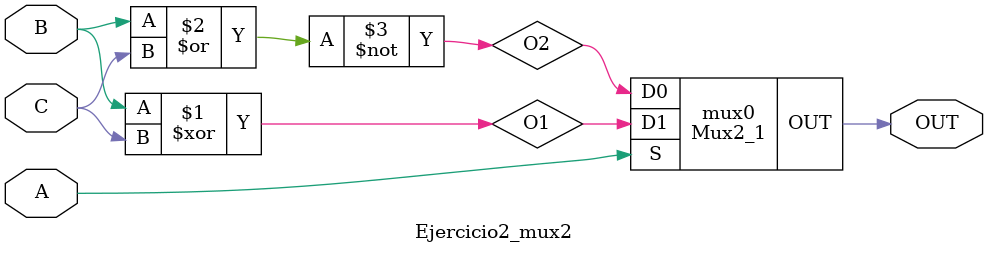
<source format=v>

module Mux2_1(input wire D0, D1, S, output wire OUT);

    assign OUT = S ? D1 : D0;

endmodule

//Mux 4:1
module Mux4_1(input wire D0, D1, D2, D3, S0, S1, output wire OUT);

    wire OUT1, OUT2;

    Mux2_1 mux0(D0, D1, S1, OUT1);
    Mux2_1 mux1(D2, D3, S1, OUT2);

    Mux2_1 mux2(OUT1, OUT2, S0, OUT);

endmodule

//Mux 8:1
module Mux8_1(input wire D0, D1, D2, D3, D4, D5, D6, D7, S0, S1, S2, output wire OUT);

    wire OUT1, OUT2;

    Mux4_1 mux0(D0, D1, D2, D3, S1, S2, OUT1);
    Mux4_1 mux1(D4, D5, D6, D7, S1, S2, OUT2);

    Mux2_1 mux2(OUT1, OUT2, S0, OUT);

endmodule

//TABLA 1 MUX 8:1
module Ejercicio1_mux8(input wire A, B, C, output wire OUT);

  wire GND, VE;
  assign VE = 1;
  assign GND = 0;

  Mux8_1 mux0(GND, VE, VE, GND, VE, GND, GND, VE, A, B, C, OUT);

endmodule

//TABLA 1 MUX 4:1
module Ejercicio1_mux4(input wire A, B, C, output wire OUT);
  wire NC;
  assign NC = ~C;

  Mux4_1 mux0(C, NC, NC, C, A, B, OUT);

endmodule

//TABLA 1 MUX 2:1
module Ejercicio1_mux2(input wire A, B, C, output wire OUT);

  wire O1, O2;
  assign O1 = B^C;
  assign O2 = B~^C;

  Mux2_1 mux0(O1, O2 ,A, OUT);

endmodule


//TABLA 2 MUX 8:1
module Ejercicio2_mux8(input wire A, B, C, output wire OUT);

  wire GND, VE;
  assign VE = 1;
  assign GND = 0;

  Mux8_1 mux0(VE, GND, GND, GND, GND, VE, VE, GND, A, B, C, OUT);

endmodule

//TABLA 2 MUX 4:1
module Ejercicio2_mux4(input wire A, B, C, output wire OUT);
  wire NC, GND;
  assign NC = ~C;
  assign GND = 0;

  Mux4_1 mux0(NC, GND, C, NC, A, B, OUT);

endmodule

//TABLA 2 MUX 2:1
module Ejercicio2_mux2(input wire A, B, C, output wire OUT);

  wire O1, O2;
  assign O1 = B^C;
  assign O2 = B~|C;

  Mux2_1 mux0(O2, O1, A, OUT);

endmodule

</source>
